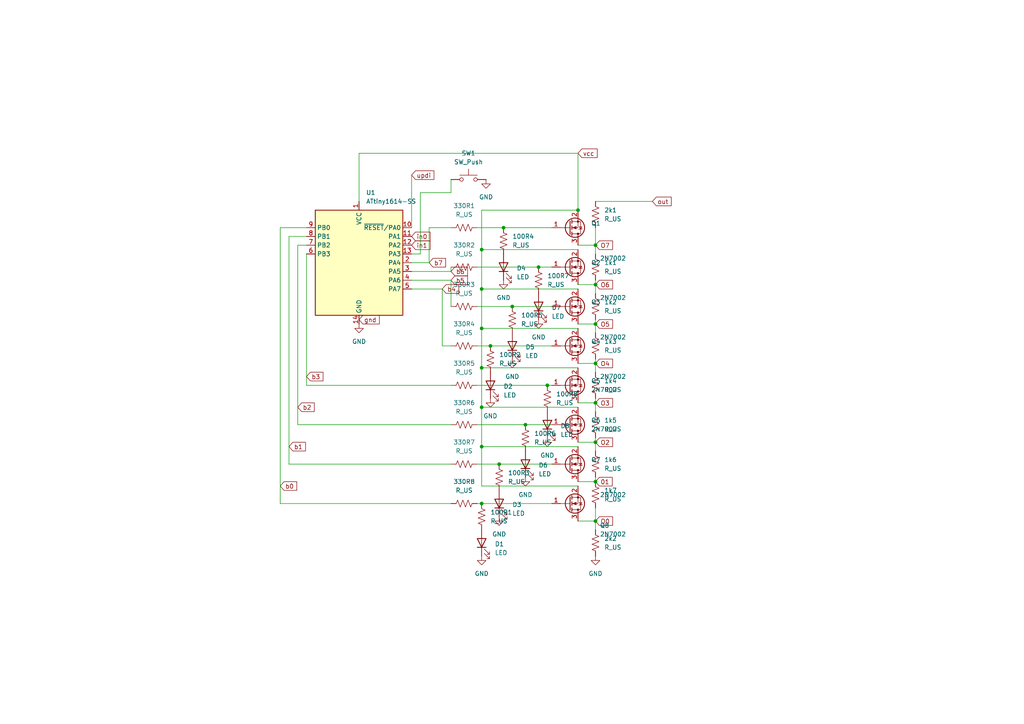
<source format=kicad_sch>
(kicad_sch (version 20211123) (generator eeschema)
  (paper "A4")
  (lib_symbols
    (symbol "Device:LED" (pin_numbers hide) (pin_names (offset 1.016) hide)
      (property "Reference" "D" (at 0 2.54 0))
      (property "Value" "LED" (at 0 -2.54 0))
      (symbol "LED_0_1"
        (polyline (pts (xy -1.27 -1.27) (xy -1.27 1.27)) (stroke (width 0.254)))
        (polyline (pts (xy -1.27 0) (xy 1.27 0)))
        (polyline (pts (xy 1.27 -1.27) (xy 1.27 1.27) (xy -1.27 0) (xy 1.27 -1.27)) (stroke (width 0.254)))
        (polyline (pts (xy -3.048 -0.762) (xy -4.572 -2.286) (xy -3.81 -2.286) (xy -4.572 -2.286) (xy -4.572 -1.524)))
        (polyline (pts (xy -1.778 -0.762) (xy -3.302 -2.286) (xy -2.54 -2.286) (xy -3.302 -2.286) (xy -3.302 -1.524)))
      )
      (symbol "LED_1_1"
        (pin passive line (at -3.81 0 0) (length 2.54) (name "K") (number "1"))
        (pin passive line (at 3.81 0 180) (length 2.54) (name "A") (number "2"))
      )
    )
    (symbol "Device:R_US" (pin_numbers hide) (pin_names (offset 0))
      (property "Reference" "R" (at 2.54 0 90))
      (property "Value" "R_US" (at -2.54 0 90))
      (symbol "R_US_0_1"
        (polyline (pts (xy 0 -2.286) (xy 0 -2.54)))
        (polyline (pts (xy 0 2.286) (xy 0 2.54)))
        (polyline (pts (xy 0 -0.762) (xy 1.016 -1.143) (xy 0 -1.524) (xy -1.016 -1.905) (xy 0 -2.286)))
        (polyline (pts (xy 0 0.762) (xy 1.016 0.381) (xy 0 0) (xy -1.016 -0.381) (xy 0 -0.762)))
        (polyline (pts (xy 0 2.286) (xy 1.016 1.905) (xy 0 1.524) (xy -1.016 1.143) (xy 0 0.762)))
      )
      (symbol "R_US_1_1"
        (pin passive line (at 0 3.81 270) (length 1.27) (name "~") (number "1"))
        (pin passive line (at 0 -3.81 90) (length 1.27) (name "~") (number "2"))
      )
    )
    (symbol "MCU_Microchip_ATtiny:ATtiny1614-SS"
      (property "Reference" "U" (at -12.7 16.51 0))
      (property "Value" "ATtiny1614-SS" (at 2.54 -16.51 0))
      (symbol "ATtiny1614-SS_0_1"
        (rectangle (start -12.7 -15.24) (end 12.7 15.24) (stroke (width 0.254)) (fill (type background)))
      )
      (symbol "ATtiny1614-SS_1_1"
        (pin power_in line (at 0 17.78 270) (length 2.54) (name "VCC") (number "1"))
        (pin bidirectional line (at 15.24 10.16 180) (length 2.54) (name "~{RESET}/PA0") (number "10"))
        (pin bidirectional line (at 15.24 7.62 180) (length 2.54) (name "PA1") (number "11"))
        (pin bidirectional line (at 15.24 5.08 180) (length 2.54) (name "PA2") (number "12"))
        (pin bidirectional line (at 15.24 2.54 180) (length 2.54) (name "PA3") (number "13"))
        (pin power_in line (at 0 -17.78 90) (length 2.54) (name "GND") (number "14"))
        (pin bidirectional line (at 15.24 0 180) (length 2.54) (name "PA4") (number "2"))
        (pin bidirectional line (at 15.24 -2.54 180) (length 2.54) (name "PA5") (number "3"))
        (pin bidirectional line (at 15.24 -5.08 180) (length 2.54) (name "PA6") (number "4"))
        (pin bidirectional line (at 15.24 -7.62 180) (length 2.54) (name "PA7") (number "5"))
        (pin bidirectional line (at -15.24 2.54 0) (length 2.54) (name "PB3") (number "6"))
        (pin bidirectional line (at -15.24 5.08 0) (length 2.54) (name "PB2") (number "7"))
        (pin bidirectional line (at -15.24 7.62 0) (length 2.54) (name "PB1") (number "8"))
        (pin bidirectional line (at -15.24 10.16 0) (length 2.54) (name "PB0") (number "9"))
      )
    )
    (symbol "Switch:SW_Push" (pin_numbers hide) (pin_names (offset 1.016) hide)
      (property "Reference" "SW" (at 1.27 2.54 0))
      (property "Value" "SW_Push" (at 0 -1.524 0))
      (symbol "SW_Push_0_1"
        (circle (center -2.032 0) (radius 0.508))
        (polyline (pts (xy 0 1.27) (xy 0 3.048)))
        (polyline (pts (xy 2.54 1.27) (xy -2.54 1.27)))
        (circle (center 2.032 0) (radius 0.508))
        (pin passive line (at -5.08 0 0) (length 2.54) (name "1") (number "1"))
        (pin passive line (at 5.08 0 180) (length 2.54) (name "2") (number "2"))
      )
    )
    (symbol "Transistor_FET:2N7002" (pin_names hide)
      (property "Reference" "Q" (at 5.08 1.905 0))
      (property "Value" "2N7002" (at 5.08 0 0))
      (symbol "2N7002_0_1"
        (polyline (pts (xy 0.254 0) (xy -2.54 0)))
        (polyline (pts (xy 0.254 1.905) (xy 0.254 -1.905)) (stroke (width 0.254)))
        (polyline (pts (xy 0.762 -1.27) (xy 0.762 -2.286)) (stroke (width 0.254)))
        (polyline (pts (xy 0.762 0.508) (xy 0.762 -0.508)) (stroke (width 0.254)))
        (polyline (pts (xy 0.762 2.286) (xy 0.762 1.27)) (stroke (width 0.254)))
        (polyline (pts (xy 2.54 2.54) (xy 2.54 1.778)))
        (polyline (pts (xy 2.54 -2.54) (xy 2.54 0) (xy 0.762 0)))
        (polyline (pts (xy 0.762 -1.778) (xy 3.302 -1.778) (xy 3.302 1.778) (xy 0.762 1.778)))
        (polyline (pts (xy 1.016 0) (xy 2.032 0.381) (xy 2.032 -0.381) (xy 1.016 0)) (fill (type outline)))
        (polyline (pts (xy 2.794 0.508) (xy 2.921 0.381) (xy 3.683 0.381) (xy 3.81 0.254)))
        (polyline (pts (xy 3.302 0.381) (xy 2.921 -0.254) (xy 3.683 -0.254) (xy 3.302 0.381)))
        (circle (center 1.651 0) (radius 2.794) (stroke (width 0.254)))
        (circle (center 2.54 -1.778) (radius 0.254) (fill (type outline)))
        (circle (center 2.54 1.778) (radius 0.254) (fill (type outline)))
      )
      (symbol "2N7002_1_1"
        (pin input line (at -5.08 0 0) (length 2.54) (name "G") (number "1"))
        (pin passive line (at 2.54 -5.08 90) (length 2.54) (name "S") (number "2"))
        (pin passive line (at 2.54 5.08 270) (length 2.54) (name "D") (number "3"))
      )
    )
    (symbol "power:GND" (power) (pin_names (offset 0))
      (property "Value" "GND" (at 0 -3.81 0))
      (symbol "GND_0_1"
        (polyline (pts (xy 0 0) (xy 0 -1.27) (xy 1.27 -1.27) (xy 0 -2.54) (xy -1.27 -1.27) (xy 0 -1.27)))
      )
      (symbol "GND_1_1"
        (pin power_in line (at 0 0 270) (length 0) hide (name "GND") (number "1"))
      )
    )
  )
  (junction (at 139.7 118.11))
  (junction (at 172.72 139.7))
  (junction (at 139.7 106.68))
  (junction (at 139.7 146.05))
  (junction (at 172.72 71.12))
  (junction (at 156.21 77.47))
  (junction (at 146.05 66.04))
  (junction (at 167.64 60.96))
  (junction (at 142.24 100.33))
  (junction (at 172.72 128.27))
  (junction (at 172.72 105.41))
  (junction (at 172.72 151.13))
  (junction (at 148.59 88.9))
  (junction (at 158.75 111.76))
  (junction (at 144.78 134.62))
  (junction (at 172.72 93.98))
  (junction (at 139.7 72.39))
  (junction (at 139.7 83.82))
  (junction (at 172.72 116.84))
  (junction (at 152.4 123.19))
  (junction (at 172.72 82.55))
  (junction (at 139.7 129.54))
  (junction (at 139.7 95.25))
  (wire (pts (xy 160.02 100.33) (xy 142.24 100.33)))
  (wire (pts (xy 158.75 111.76) (xy 138.43 111.76)))
  (wire (pts (xy 86.36 123.19) (xy 130.81 123.19)))
  (wire (pts (xy 167.64 82.55) (xy 172.72 82.55)))
  (wire (pts (xy 139.7 140.97) (xy 167.64 140.97)))
  (wire (pts (xy 128.27 83.82) (xy 128.27 100.33)))
  (wire (pts (xy 144.78 134.62) (xy 138.43 134.62)))
  (wire (pts (xy 167.64 116.84) (xy 172.72 116.84)))
  (wire (pts (xy 167.64 44.45) (xy 167.64 60.96)))
  (wire (pts (xy 172.72 128.27) (xy 172.72 130.81)))
  (wire (pts (xy 160.02 111.76) (xy 158.75 111.76)))
  (wire (pts (xy 139.7 129.54) (xy 167.64 129.54)))
  (wire (pts (xy 83.82 134.62) (xy 130.81 134.62)))
  (wire (pts (xy 104.14 44.45) (xy 167.64 44.45)))
  (wire (pts (xy 119.38 78.74) (xy 130.81 78.74)))
  (wire (pts (xy 130.81 55.88) (xy 130.81 52.07)))
  (wire (pts (xy 172.72 58.42) (xy 189.23 58.42)))
  (wire (pts (xy 160.02 134.62) (xy 144.78 134.62)))
  (wire (pts (xy 172.72 116.84) (xy 172.72 119.38)))
  (wire (pts (xy 167.64 128.27) (xy 172.72 128.27)))
  (wire (pts (xy 139.7 83.82) (xy 139.7 95.25)))
  (wire (pts (xy 167.64 151.13) (xy 172.72 151.13)))
  (wire (pts (xy 172.72 66.04) (xy 172.72 71.12)))
  (wire (pts (xy 172.72 138.43) (xy 172.72 139.7)))
  (wire (pts (xy 81.28 146.05) (xy 130.81 146.05)))
  (wire (pts (xy 124.46 76.2) (xy 124.46 66.04)))
  (wire (pts (xy 172.72 93.98) (xy 172.72 96.52)))
  (wire (pts (xy 172.72 105.41) (xy 172.72 107.95)))
  (wire (pts (xy 121.92 55.88) (xy 130.81 55.88)))
  (wire (pts (xy 160.02 88.9) (xy 148.59 88.9)))
  (wire (pts (xy 172.72 92.71) (xy 172.72 93.98)))
  (wire (pts (xy 148.59 88.9) (xy 138.43 88.9)))
  (wire (pts (xy 88.9 111.76) (xy 88.9 73.66)))
  (wire (pts (xy 139.7 118.11) (xy 139.7 129.54)))
  (wire (pts (xy 104.14 58.42) (xy 104.14 44.45)))
  (wire (pts (xy 119.38 76.2) (xy 124.46 76.2)))
  (wire (pts (xy 119.38 81.28) (xy 130.81 81.28)))
  (wire (pts (xy 172.72 127) (xy 172.72 128.27)))
  (wire (pts (xy 172.72 147.32) (xy 172.72 151.13)))
  (wire (pts (xy 139.7 95.25) (xy 139.7 106.68)))
  (wire (pts (xy 88.9 71.12) (xy 86.36 71.12)))
  (wire (pts (xy 139.7 95.25) (xy 167.64 95.25)))
  (wire (pts (xy 130.81 78.74) (xy 130.81 77.47)))
  (wire (pts (xy 167.64 105.41) (xy 172.72 105.41)))
  (wire (pts (xy 119.38 50.8) (xy 119.38 66.04)))
  (wire (pts (xy 160.02 77.47) (xy 156.21 77.47)))
  (wire (pts (xy 139.7 106.68) (xy 139.7 118.11)))
  (wire (pts (xy 119.38 83.82) (xy 128.27 83.82)))
  (wire (pts (xy 130.81 81.28) (xy 130.81 88.9)))
  (wire (pts (xy 142.24 100.33) (xy 138.43 100.33)))
  (wire (pts (xy 139.7 118.11) (xy 167.64 118.11)))
  (wire (pts (xy 139.7 140.97) (xy 139.7 129.54)))
  (wire (pts (xy 152.4 123.19) (xy 138.43 123.19)))
  (wire (pts (xy 160.02 123.19) (xy 152.4 123.19)))
  (wire (pts (xy 88.9 66.04) (xy 81.28 66.04)))
  (wire (pts (xy 139.7 72.39) (xy 167.64 72.39)))
  (wire (pts (xy 172.72 104.14) (xy 172.72 105.41)))
  (wire (pts (xy 119.38 73.66) (xy 121.92 73.66)))
  (wire (pts (xy 172.72 115.57) (xy 172.72 116.84)))
  (wire (pts (xy 139.7 146.05) (xy 138.43 146.05)))
  (wire (pts (xy 139.7 60.96) (xy 139.7 72.39)))
  (wire (pts (xy 172.72 71.12) (xy 172.72 73.66)))
  (wire (pts (xy 86.36 71.12) (xy 86.36 123.19)))
  (wire (pts (xy 167.64 71.12) (xy 172.72 71.12)))
  (wire (pts (xy 139.7 106.68) (xy 167.64 106.68)))
  (wire (pts (xy 172.72 151.13) (xy 172.72 153.67)))
  (wire (pts (xy 146.05 66.04) (xy 138.43 66.04)))
  (wire (pts (xy 124.46 66.04) (xy 130.81 66.04)))
  (wire (pts (xy 139.7 72.39) (xy 139.7 83.82)))
  (wire (pts (xy 88.9 68.58) (xy 83.82 68.58)))
  (wire (pts (xy 83.82 68.58) (xy 83.82 134.62)))
  (wire (pts (xy 121.92 73.66) (xy 121.92 55.88)))
  (wire (pts (xy 167.64 93.98) (xy 172.72 93.98)))
  (wire (pts (xy 160.02 66.04) (xy 146.05 66.04)))
  (wire (pts (xy 172.72 81.28) (xy 172.72 82.55)))
  (wire (pts (xy 167.64 139.7) (xy 172.72 139.7)))
  (wire (pts (xy 172.72 82.55) (xy 172.72 85.09)))
  (wire (pts (xy 160.02 146.05) (xy 139.7 146.05)))
  (wire (pts (xy 128.27 100.33) (xy 130.81 100.33)))
  (wire (pts (xy 139.7 83.82) (xy 167.64 83.82)))
  (wire (pts (xy 139.7 60.96) (xy 167.64 60.96)))
  (wire (pts (xy 130.81 111.76) (xy 88.9 111.76)))
  (wire (pts (xy 156.21 77.47) (xy 138.43 77.47)))
  (wire (pts (xy 81.28 66.04) (xy 81.28 146.05)))
  (global_label "gnd" (shape input) (at 104.14 92.71 0) (property "Intersheet References" "${INTERSHEET_REFS}" (effects hide)))
  (global_label "b7" (shape input) (at 124.46 76.2 0) (property "Intersheet References" "${INTERSHEET_REFS}" (effects hide)))
  (global_label "O5" (shape input) (at 172.72 93.98 0) (property "Intersheet References" "${INTERSHEET_REFS}" (effects hide)))
  (global_label "O2" (shape input) (at 172.72 128.27 0) (property "Intersheet References" "${INTERSHEET_REFS}" (effects hide)))
  (global_label "01" (shape input) (at 172.72 139.7 0) (property "Intersheet References" "${INTERSHEET_REFS}" (effects hide)))
  (global_label "O6" (shape input) (at 172.72 82.55 0) (property "Intersheet References" "${INTERSHEET_REFS}" (effects hide)))
  (global_label "b4" (shape input) (at 128.27 83.82 0) (property "Intersheet References" "${INTERSHEET_REFS}" (effects hide)))
  (global_label "O4" (shape input) (at 172.72 105.41 0) (property "Intersheet References" "${INTERSHEET_REFS}" (effects hide)))
  (global_label "vcc" (shape input) (at 167.64 44.45 0) (property "Intersheet References" "${INTERSHEET_REFS}" (effects hide)))
  (global_label "updi" (shape input) (at 119.38 50.8 0) (property "Intersheet References" "${INTERSHEET_REFS}" (effects hide)))
  (global_label "b2" (shape input) (at 86.36 118.11 0) (property "Intersheet References" "${INTERSHEET_REFS}" (effects hide)))
  (global_label "out" (shape input) (at 189.23 58.42 0) (property "Intersheet References" "${INTERSHEET_REFS}" (effects hide)))
  (global_label "O0" (shape input) (at 172.72 151.13 0) (property "Intersheet References" "${INTERSHEET_REFS}" (effects hide)))
  (global_label "b6" (shape input) (at 130.81 78.74 0) (property "Intersheet References" "${INTERSHEET_REFS}" (effects hide)))
  (global_label "b3" (shape input) (at 88.9 109.22 0) (property "Intersheet References" "${INTERSHEET_REFS}" (effects hide)))
  (global_label "b0" (shape input) (at 81.28 140.97 0) (property "Intersheet References" "${INTERSHEET_REFS}" (effects hide)))
  (global_label "b5" (shape input) (at 130.81 81.28 0) (property "Intersheet References" "${INTERSHEET_REFS}" (effects hide)))
  (global_label "O3" (shape input) (at 172.72 116.84 0) (property "Intersheet References" "${INTERSHEET_REFS}" (effects hide)))
  (global_label "in0" (shape input) (at 119.38 68.58 0) (property "Intersheet References" "${INTERSHEET_REFS}" (effects hide)))
  (global_label "O7" (shape input) (at 172.72 71.12 0) (property "Intersheet References" "${INTERSHEET_REFS}" (effects hide)))
  (global_label "b1" (shape input) (at 83.82 129.54 0) (property "Intersheet References" "${INTERSHEET_REFS}" (effects hide)))
  (global_label "in1" (shape input) (at 119.38 71.12 0) (property "Intersheet References" "${INTERSHEET_REFS}" (effects hide)))
  (symbol (lib_id "power:GND") (at 142.24 115.57 0) (unit 1)
    (property "Reference" "#PWR0103" (effects hide))
    (property "Value" "GND" (at 142.24 120.65 0))
  )
  (symbol (lib_id "power:GND") (at 156.21 92.71 0) (unit 1)
    (property "Reference" "#PWR0105" (effects hide))
    (property "Value" "GND" (at 156.21 97.79 0))
  )
  (symbol (lib_id "Device:R_US") (at 158.75 115.57 180) (unit 1)
    (property "Reference" "100R8" (at 161.29 114.2999 0) (effects (justify right)))
    (property "Value" "R_US" (at 161.29 116.8399 0) (effects (justify right)))
    (property "Footprint" "Resistor_SMD:R_1206_3216Metric" (effects hide))
  )
  (symbol (lib_id "Device:R_US") (at 172.72 143.51 180) (unit 1)
    (property "Reference" "1k7" (at 175.26 142.2399 0) (effects (justify right)))
    (property "Value" "R_US" (at 175.26 144.7799 0) (effects (justify right)))
    (property "Footprint" "Resistor_SMD:R_1206_3216Metric" (effects hide))
  )
  (symbol (lib_id "power:GND") (at 104.14 93.98 0) (unit 1)
    (property "Reference" "#PWR0101" (effects hide))
    (property "Value" "GND" (at 104.14 99.06 0))
  )
  (symbol (lib_id "Device:R_US") (at 172.72 123.19 180) (unit 1)
    (property "Reference" "1k5" (at 175.26 121.9199 0) (effects (justify right)))
    (property "Value" "R_US" (at 175.26 124.4599 0) (effects (justify right)))
    (property "Footprint" "Resistor_SMD:R_1206_3216Metric" (effects hide))
  )
  (symbol (lib_id "Device:R_US") (at 142.24 104.14 180) (unit 1)
    (property "Reference" "100R2" (at 144.78 102.8699 0) (effects (justify right)))
    (property "Value" "R_US" (at 144.78 105.4099 0) (effects (justify right)))
    (property "Footprint" "Resistor_SMD:R_1206_3216Metric" (effects hide))
  )
  (symbol (lib_id "Device:R_US") (at 172.72 157.48 180) (unit 1)
    (property "Reference" "2k2" (at 175.26 156.2099 0) (effects (justify right)))
    (property "Value" "R_US" (at 175.26 158.7499 0) (effects (justify right)))
    (property "Footprint" "Resistor_SMD:R_1206_3216Metric" (effects hide))
  )
  (symbol (lib_id "Transistor_FET:2N7002") (at 165.1 77.47 0) (mirror x) (unit 1)
    (property "Reference" "Q2" (at 171.45 76.1999 0) (effects (justify left)))
    (property "Value" "2N7002" (at 173.99 86.3599 0) (effects (justify left)))
    (property "Footprint" "Package_TO_SOT_SMD:SOT-23" (effects hide))
    (property "Datasheet" "https://www.onsemi.com/pub/Collateral/NDS7002A-D.PDF" (effects hide))
  )
  (symbol (lib_id "Device:LED") (at 146.05 77.47 90) (unit 1)
    (property "Reference" "D4" (at 149.86 77.7874 90) (effects (justify right)))
    (property "Value" "LED" (at 149.86 80.3274 90) (effects (justify right)))
    (property "Footprint" "LED_SMD:LED_1206_3216Metric" (effects hide))
  )
  (symbol (lib_id "Device:R_US") (at 134.62 111.76 90) (unit 1)
    (property "Reference" "330R5" (at 134.62 105.41 90))
    (property "Value" "R_US" (at 134.62 107.95 90))
    (property "Footprint" "Resistor_SMD:R_1206_3216Metric" (effects hide))
  )
  (symbol (lib_id "power:GND") (at 140.97 52.07 0) (unit 1)
    (property "Reference" "#PWR0111" (effects hide))
    (property "Value" "GND" (at 140.97 57.15 0))
  )
  (symbol (lib_id "Device:R_US") (at 134.62 134.62 90) (unit 1)
    (property "Reference" "330R7" (at 134.62 128.27 90))
    (property "Value" "R_US" (at 134.62 130.81 90))
    (property "Footprint" "Resistor_SMD:R_1206_3216Metric" (effects hide))
  )
  (symbol (lib_id "power:GND") (at 172.72 161.29 0) (unit 1)
    (property "Reference" "#PWR0102" (effects hide))
    (property "Value" "GND" (at 172.72 166.37 0))
  )
  (symbol (lib_id "Device:LED") (at 139.7 157.48 90) (unit 1)
    (property "Reference" "D1" (at 143.51 157.7974 90) (effects (justify right)))
    (property "Value" "LED" (at 143.51 160.3374 90) (effects (justify right)))
    (property "Footprint" "LED_SMD:LED_1206_3216Metric" (effects hide))
  )
  (symbol (lib_id "power:GND") (at 146.05 81.28 0) (unit 1)
    (property "Reference" "#PWR0106" (effects hide))
    (property "Value" "GND" (at 146.05 86.36 0))
  )
  (symbol (lib_id "power:GND") (at 158.75 127 0) (unit 1)
    (property "Reference" "#PWR0108" (effects hide))
    (property "Value" "GND" (at 158.75 132.08 0))
  )
  (symbol (lib_id "power:GND") (at 139.7 161.29 0) (unit 1)
    (property "Reference" "#PWR0109" (effects hide))
    (property "Value" "GND" (at 139.7 166.37 0))
  )
  (symbol (lib_id "Device:LED") (at 156.21 88.9 90) (unit 1)
    (property "Reference" "D7" (at 160.02 89.2174 90) (effects (justify right)))
    (property "Value" "LED" (at 160.02 91.7574 90) (effects (justify right)))
    (property "Footprint" "LED_SMD:LED_1206_3216Metric" (effects hide))
  )
  (symbol (lib_id "Device:R_US") (at 156.21 81.28 180) (unit 1)
    (property "Reference" "100R7" (at 158.75 80.0099 0) (effects (justify right)))
    (property "Value" "R_US" (at 158.75 82.5499 0) (effects (justify right)))
    (property "Footprint" "Resistor_SMD:R_1206_3216Metric" (effects hide))
  )
  (symbol (lib_id "Device:LED") (at 142.24 111.76 90) (unit 1)
    (property "Reference" "D2" (at 146.05 112.0774 90) (effects (justify right)))
    (property "Value" "LED" (at 146.05 114.6174 90) (effects (justify right)))
    (property "Footprint" "LED_SMD:LED_1206_3216Metric" (effects hide))
  )
  (symbol (lib_id "Device:R_US") (at 134.62 100.33 90) (unit 1)
    (property "Reference" "330R4" (at 134.62 93.98 90))
    (property "Value" "R_US" (at 134.62 96.52 90))
    (property "Footprint" "Resistor_SMD:R_1206_3216Metric" (effects hide))
  )
  (symbol (lib_id "Device:LED") (at 144.78 146.05 90) (unit 1)
    (property "Reference" "D3" (at 148.59 146.3674 90) (effects (justify right)))
    (property "Value" "LED" (at 148.59 148.9074 90) (effects (justify right)))
    (property "Footprint" "LED_SMD:LED_1206_3216Metric" (effects hide))
  )
  (symbol (lib_id "Device:LED") (at 148.59 100.33 90) (unit 1)
    (property "Reference" "D5" (at 152.4 100.6474 90) (effects (justify right)))
    (property "Value" "LED" (at 152.4 103.1874 90) (effects (justify right)))
    (property "Footprint" "LED_SMD:LED_1206_3216Metric" (effects hide))
  )
  (symbol (lib_id "power:GND") (at 152.4 138.43 0) (unit 1)
    (property "Reference" "#PWR0107" (effects hide))
    (property "Value" "GND" (at 152.4 143.51 0))
  )
  (symbol (lib_id "Device:R_US") (at 152.4 127 180) (unit 1)
    (property "Reference" "100R6" (at 154.94 125.7299 0) (effects (justify right)))
    (property "Value" "R_US" (at 154.94 128.2699 0) (effects (justify right)))
    (property "Footprint" "Resistor_SMD:R_1206_3216Metric" (effects hide))
  )
  (symbol (lib_id "Transistor_FET:2N7002") (at 165.1 88.9 0) (mirror x) (unit 1)
    (property "Reference" "Q3" (at 171.45 87.6299 0) (effects (justify left)))
    (property "Value" "2N7002" (at 173.99 97.7899 0) (effects (justify left)))
    (property "Footprint" "Package_TO_SOT_SMD:SOT-23" (effects hide))
    (property "Datasheet" "https://www.onsemi.com/pub/Collateral/NDS7002A-D.PDF" (effects hide))
  )
  (symbol (lib_id "Device:R_US") (at 134.62 66.04 90) (unit 1)
    (property "Reference" "330R1" (at 134.62 59.69 90))
    (property "Value" "R_US" (at 134.62 62.23 90))
    (property "Footprint" "Resistor_SMD:R_1206_3216Metric" (effects hide))
  )
  (symbol (lib_id "Device:R_US") (at 146.05 69.85 180) (unit 1)
    (property "Reference" "100R4" (at 148.59 68.5799 0) (effects (justify right)))
    (property "Value" "R_US" (at 148.59 71.1199 0) (effects (justify right)))
    (property "Footprint" "Resistor_SMD:R_1206_3216Metric" (effects hide))
  )
  (symbol (lib_id "Device:R_US") (at 134.62 123.19 90) (unit 1)
    (property "Reference" "330R6" (at 134.62 116.84 90))
    (property "Value" "R_US" (at 134.62 119.38 90))
    (property "Footprint" "Resistor_SMD:R_1206_3216Metric" (effects hide))
  )
  (symbol (lib_id "Transistor_FET:2N7002") (at 165.1 123.19 0) (mirror x) (unit 1)
    (property "Reference" "Q6" (at 171.45 121.9199 0) (effects (justify left)))
    (property "Value" "2N7002" (at 171.45 124.4599 0) (effects (justify left)))
    (property "Footprint" "Package_TO_SOT_SMD:SOT-23" (effects hide))
    (property "Datasheet" "https://www.onsemi.com/pub/Collateral/NDS7002A-D.PDF" (effects hide))
  )
  (symbol (lib_id "Device:R_US") (at 172.72 100.33 180) (unit 1)
    (property "Reference" "1k3" (at 175.26 99.0599 0) (effects (justify right)))
    (property "Value" "R_US" (at 175.26 101.5999 0) (effects (justify right)))
    (property "Footprint" "Resistor_SMD:R_1206_3216Metric" (effects hide))
  )
  (symbol (lib_id "Transistor_FET:2N7002") (at 165.1 134.62 0) (mirror x) (unit 1)
    (property "Reference" "Q7" (at 171.45 133.3499 0) (effects (justify left)))
    (property "Value" "2N7002" (at 173.99 143.5099 0) (effects (justify left)))
    (property "Footprint" "Package_TO_SOT_SMD:SOT-23" (effects hide))
    (property "Datasheet" "https://www.onsemi.com/pub/Collateral/NDS7002A-D.PDF" (effects hide))
  )
  (symbol (lib_id "Device:R_US") (at 134.62 146.05 90) (unit 1)
    (property "Reference" "330R8" (at 134.62 139.7 90))
    (property "Value" "R_US" (at 134.62 142.24 90))
    (property "Footprint" "Resistor_SMD:R_1206_3216Metric" (effects hide))
  )
  (symbol (lib_id "Device:R_US") (at 172.72 77.47 180) (unit 1)
    (property "Reference" "1k1" (at 175.26 76.1999 0) (effects (justify right)))
    (property "Value" "R_US" (at 175.26 78.7399 0) (effects (justify right)))
    (property "Footprint" "Resistor_SMD:R_1206_3216Metric" (effects hide))
  )
  (symbol (lib_id "Transistor_FET:2N7002") (at 165.1 146.05 0) (mirror x) (unit 1)
    (property "Reference" "Q8" (at 173.99 152.3999 0) (effects (justify left)))
    (property "Value" "2N7002" (at 173.99 154.9399 0) (effects (justify left)))
    (property "Footprint" "Package_TO_SOT_SMD:SOT-23" (effects hide))
    (property "Datasheet" "https://www.onsemi.com/pub/Collateral/NDS7002A-D.PDF" (effects hide))
  )
  (symbol (lib_id "Device:R_US") (at 139.7 149.86 180) (unit 1)
    (property "Reference" "100R1" (at 142.24 148.5899 0) (effects (justify right)))
    (property "Value" "R_US" (at 142.24 151.1299 0) (effects (justify right)))
    (property "Footprint" "Resistor_SMD:R_1206_3216Metric" (effects hide))
  )
  (symbol (lib_id "Switch:SW_Push") (at 135.89 52.07 0) (unit 1)
    (property "Reference" "SW1" (at 135.89 44.45 0))
    (property "Value" "SW_Push" (at 135.89 46.99 0))
    (property "Footprint" "Button_Switch_SMD:SW_SPST_EVQPE1" (effects hide))
  )
  (symbol (lib_id "Device:R_US") (at 172.72 134.62 180) (unit 1)
    (property "Reference" "1k6" (at 175.26 133.3499 0) (effects (justify right)))
    (property "Value" "R_US" (at 175.26 135.8899 0) (effects (justify right)))
    (property "Footprint" "Resistor_SMD:R_1206_3216Metric" (effects hide))
  )
  (symbol (lib_id "Device:R_US") (at 144.78 138.43 180) (unit 1)
    (property "Reference" "100R3" (at 147.32 137.1599 0) (effects (justify right)))
    (property "Value" "R_US" (at 147.32 139.6999 0) (effects (justify right)))
    (property "Footprint" "Resistor_SMD:R_1206_3216Metric" (effects hide))
  )
  (symbol (lib_id "Device:R_US") (at 172.72 88.9 180) (unit 1)
    (property "Reference" "1k2" (at 175.26 87.6299 0) (effects (justify right)))
    (property "Value" "R_US" (at 175.26 90.1699 0) (effects (justify right)))
    (property "Footprint" "Resistor_SMD:R_1206_3216Metric" (effects hide))
  )
  (symbol (lib_id "Device:LED") (at 158.75 123.19 90) (unit 1)
    (property "Reference" "D8" (at 162.56 123.5074 90) (effects (justify right)))
    (property "Value" "LED" (at 162.56 126.0474 90) (effects (justify right)))
    (property "Footprint" "LED_SMD:LED_1206_3216Metric" (effects hide))
  )
  (symbol (lib_id "Device:R_US") (at 134.62 77.47 90) (unit 1)
    (property "Reference" "330R2" (at 134.62 71.12 90))
    (property "Value" "R_US" (at 134.62 73.66 90))
    (property "Footprint" "Resistor_SMD:R_1206_3216Metric" (effects hide))
  )
  (symbol (lib_id "Transistor_FET:2N7002") (at 165.1 100.33 0) (mirror x) (unit 1)
    (property "Reference" "Q4" (at 171.45 99.0599 0) (effects (justify left)))
    (property "Value" "2N7002" (at 173.99 109.2199 0) (effects (justify left)))
    (property "Footprint" "Package_TO_SOT_SMD:SOT-23" (effects hide))
    (property "Datasheet" "https://www.onsemi.com/pub/Collateral/NDS7002A-D.PDF" (effects hide))
  )
  (symbol (lib_id "Device:LED") (at 152.4 134.62 90) (unit 1)
    (property "Reference" "D6" (at 156.21 134.9374 90) (effects (justify right)))
    (property "Value" "LED" (at 156.21 137.4774 90) (effects (justify right)))
    (property "Footprint" "LED_SMD:LED_1206_3216Metric" (effects hide))
  )
  (symbol (lib_id "MCU_Microchip_ATtiny:ATtiny1614-SS") (at 104.14 76.2 0) (unit 1)
    (property "Reference" "U1" (at 106.1594 55.88 0) (effects (justify left)))
    (property "Value" "ATtiny1614-SS" (at 106.1594 58.42 0) (effects (justify left)))
    (property "Footprint" "Package_SO:SOIC-14_3.9x8.7mm_P1.27mm" (effects hide))
    (property "Datasheet" "http://ww1.microchip.com/downloads/en/DeviceDoc/ATtiny1614-data-sheet-40001995A.pdf" (effects hide))
  )
  (symbol (lib_id "Device:R_US") (at 172.72 111.76 180) (unit 1)
    (property "Reference" "1k4" (at 175.26 110.4899 0) (effects (justify right)))
    (property "Value" "R_US" (at 175.26 113.0299 0) (effects (justify right)))
    (property "Footprint" "Resistor_SMD:R_1206_3216Metric" (effects hide))
  )
  (symbol (lib_id "Device:R_US") (at 172.72 62.23 180) (unit 1)
    (property "Reference" "2k1" (at 175.26 60.9599 0) (effects (justify right)))
    (property "Value" "R_US" (at 175.26 63.4999 0) (effects (justify right)))
    (property "Footprint" "Resistor_SMD:R_1206_3216Metric" (effects hide))
  )
  (symbol (lib_id "Device:R_US") (at 148.59 92.71 180) (unit 1)
    (property "Reference" "100R5" (at 151.13 91.4399 0) (effects (justify right)))
    (property "Value" "R_US" (at 151.13 93.9799 0) (effects (justify right)))
    (property "Footprint" "Resistor_SMD:R_1206_3216Metric" (effects hide))
  )
  (symbol (lib_id "power:GND") (at 148.59 104.14 0) (unit 1)
    (property "Reference" "#PWR0104" (effects hide))
    (property "Value" "GND" (at 148.59 109.22 0))
  )
  (symbol (lib_id "power:GND") (at 144.78 149.86 0) (unit 1)
    (property "Reference" "#PWR0110" (effects hide))
    (property "Value" "GND" (at 144.78 154.94 0))
  )
  (symbol (lib_id "Transistor_FET:2N7002") (at 165.1 111.76 0) (mirror x) (unit 1)
    (property "Reference" "Q5" (at 171.45 110.4899 0) (effects (justify left)))
    (property "Value" "2N7002" (at 171.45 113.0299 0) (effects (justify left)))
    (property "Footprint" "Package_TO_SOT_SMD:SOT-23" (effects hide))
    (property "Datasheet" "https://www.onsemi.com/pub/Collateral/NDS7002A-D.PDF" (effects hide))
  )
  (symbol (lib_id "Device:R_US") (at 134.62 88.9 90) (unit 1)
    (property "Reference" "330R3" (at 134.62 82.55 90))
    (property "Value" "R_US" (at 134.62 85.09 90))
    (property "Footprint" "Resistor_SMD:R_1206_3216Metric" (effects hide))
  )
  (symbol (lib_id "Transistor_FET:2N7002") (at 165.1 66.04 0) (mirror x) (unit 1)
    (property "Reference" "Q1" (at 171.45 64.7699 0) (effects (justify left)))
    (property "Value" "2N7002" (at 173.99 74.9299 0) (effects (justify left)))
    (property "Footprint" "Package_TO_SOT_SMD:SOT-23" (effects hide))
    (property "Datasheet" "https://www.onsemi.com/pub/Collateral/NDS7002A-D.PDF" (effects hide))
  )
)
</source>
